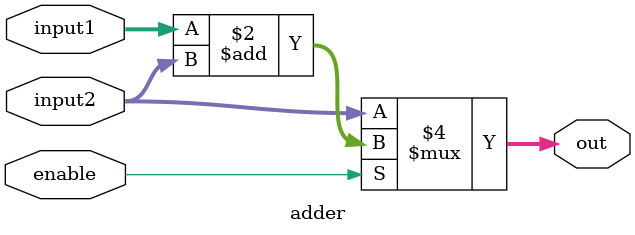
<source format=v>
/*
	Authored 2018-2019, Ryan Voo.

	All rights reserved.
	Redistribution and use in source and binary forms, with or without
	modification, are permitted provided that the following conditions
	are met:

	*	Redistributions of source code must retain the above
		copyright notice, this list of conditions and the following
		disclaimer.

	*	Redistributions in binary form must reproduce the above
		copyright notice, this list of conditions and the following
		disclaimer in the documentation and/or other materials
		provided with the distribution.

	*	Neither the name of the author nor the names of its
		contributors may be used to endorse or promote products
		derived from this software without specific prior written
		permission.

	THIS SOFTWARE IS PROVIDED BY THE COPYRIGHT HOLDERS AND CONTRIBUTORS
	"AS IS" AND ANY EXPRESS OR IMPLIED WARRANTIES, INCLUDING, BUT NOT
	LIMITED TO, THE IMPLIED WARRANTIES OF MERCHANTABILITY AND FITNESS
	FOR A PARTICULAR PURPOSE ARE DISCLAIMED. IN NO EVENT SHALL THE
	COPYRIGHT OWNER OR CONTRIBUTORS BE LIABLE FOR ANY DIRECT, INDIRECT,
	INCIDENTAL, SPECIAL, EXEMPLARY, OR CONSEQUENTIAL DAMAGES (INCLUDING,
	BUT NOT LIMITED TO, PROCUREMENT OF SUBSTITUTE GOODS OR SERVICES;
	LOSS OF USE, DATA, OR PROFITS; OR BUSINESS INTERRUPTION) HOWEVER
	CAUSED AND ON ANY THEORY OF LIABILITY, WHETHER IN CONTRACT, STRICT
	LIABILITY, OR TORT (INCLUDING NEGLIGENCE OR OTHERWISE) ARISING IN
	ANY WAY OUT OF THE USE OF THIS SOFTWARE, EVEN IF ADVISED OF THE
	POSSIBILITY OF SUCH DAMAGE.
*/



/*
 *	Description:
 *
 *		This module implements an adder for use by the branch unit
 *		and program counter increment among other things.
 */



module adder(
    input [31:0] input1,
    input [31:0] input2,
    output reg [31:0] out,
    input enable
);

    always @* begin
        if (enable) begin
            out = input1 + input2;
        end else begin
            out = input2;
        end
    end

endmodule

</source>
